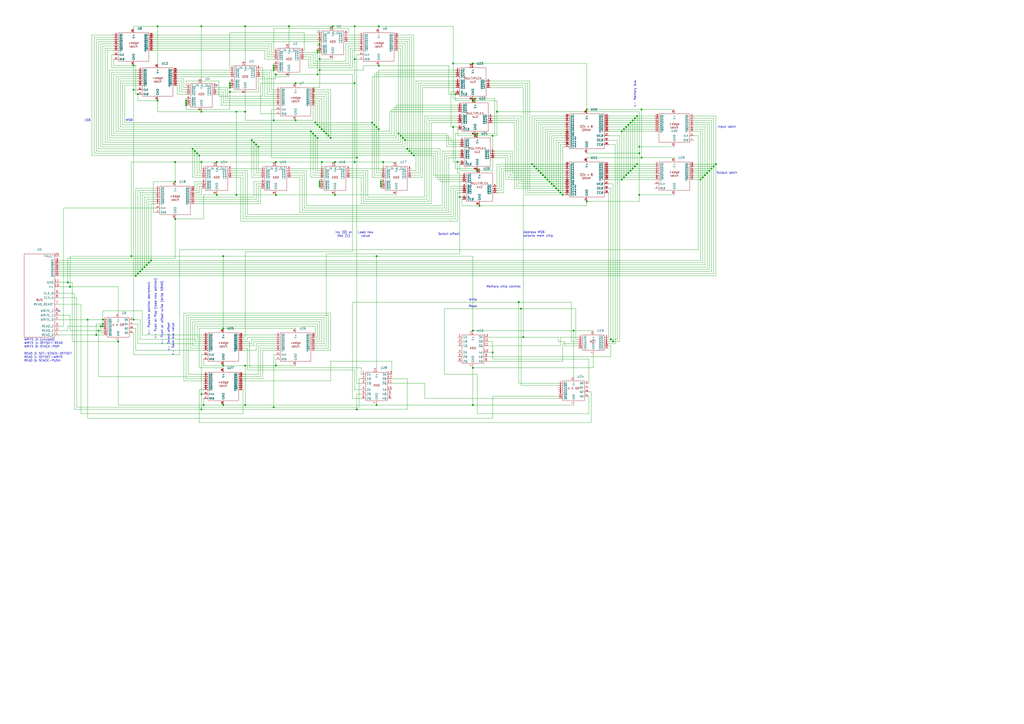
<source format=kicad_sch>
(kicad_sch (version 20231120) (generator "eeschema") (generator_version "8.0")
  (paper "A2")
  (junction (at 406.4 104.14))
  (junction (at 39.37 163.83))
  (junction (at 274.32 191.77))
  (junction (at 59.69 189.23))
  (junction (at 367.03 97.79))
  (junction (at 91.44 58.42))
  (junction (at 58.42 189.23))
  (junction (at 185.42 106.68))
  (junction (at 220.98 105.41))
  (junction (at 111.76 86.36))
  (junction (at 303.53 195.58))
  (junction (at 313.69 100.33))
  (junction (at 320.04 106.68))
  (junction (at 185.42 34.29))
  (junction (at 146.05 81.28))
  (junction (at 363.22 101.6))
  (junction (at 160.02 43.18))
  (junction (at 158.75 40.64))
  (junction (at 219.71 74.93))
  (junction (at 317.5 104.14))
  (junction (at 77.47 185.42))
  (junction (at 323.85 110.49))
  (junction (at 185.42 40.64))
  (junction (at 355.6 198.12))
  (junction (at 360.68 76.2))
  (junction (at 55.88 194.31))
  (junction (at 118.11 234.95))
  (junction (at 185.42 25.4))
  (junction (at 288.29 64.77))
  (junction (at 101.6 105.41))
  (junction (at 129.54 212.09))
  (junction (at 232.41 78.74))
  (junction (at 207.01 237.49))
  (junction (at 133.35 48.26))
  (junction (at 370.84 113.03))
  (junction (at 87.63 151.13))
  (junction (at 220.98 106.68))
  (junction (at 77.47 38.1))
  (junction (at 116.84 64.77))
  (junction (at 364.49 72.39))
  (junction (at 205.74 34.29))
  (junction (at 370.84 85.09))
  (junction (at 133.35 50.8))
  (junction (at 321.31 107.95))
  (junction (at 185.42 105.41))
  (junction (at 219.71 38.1))
  (junction (at 264.16 54.61))
  (junction (at 137.16 64.77))
  (junction (at 133.35 53.34))
  (junction (at 114.3 88.9))
  (junction (at 77.47 52.07))
  (junction (at 142.24 64.77))
  (junction (at 231.14 77.47))
  (junction (at 125.73 93.98))
  (junction (at 125.73 113.03))
  (junction (at 340.36 63.5))
  (junction (at 326.39 113.03))
  (junction (at 115.57 90.17))
  (junction (at 194.31 93.98))
  (junction (at 147.32 82.55))
  (junction (at 222.25 93.98))
  (junction (at 171.45 48.26))
  (junction (at 194.31 113.03))
  (junction (at 262.89 36.83))
  (junction (at 181.61 77.47))
  (junction (at 182.88 78.74))
  (junction (at 160.02 113.03))
  (junction (at 116.84 237.49))
  (junction (at 149.86 85.09))
  (junction (at 186.69 74.93))
  (junction (at 205.74 15.24))
  (junction (at 309.88 96.52))
  (junction (at 205.74 93.98))
  (junction (at 218.44 148.59))
  (junction (at 116.84 15.24))
  (junction (at 285.75 78.74))
  (junction (at 57.15 191.77))
  (junction (at 182.88 71.12))
  (junction (at 158.75 38.1))
  (junction (at 262.89 73.66))
  (junction (at 237.49 87.63))
  (junction (at 191.77 80.01))
  (junction (at 316.23 102.87))
  (junction (at 275.59 78.74))
  (junction (at 265.43 93.98))
  (junction (at 220.98 107.95))
  (junction (at 80.01 54.61))
  (junction (at 365.76 71.12))
  (junction (at 274.32 36.83))
  (junction (at 186.69 93.98))
  (junction (at 361.95 74.93))
  (junction (at 369.57 67.31))
  (junction (at 107.95 59.69))
  (junction (at 116.84 93.98))
  (junction (at 187.96 76.2))
  (junction (at 107.95 60.96))
  (junction (at 238.76 88.9))
  (junction (at 412.75 97.79))
  (junction (at 415.29 95.25))
  (junction (at 312.42 99.06))
  (junction (at 240.03 90.17))
  (junction (at 85.09 153.67))
  (junction (at 215.9 71.12))
  (junction (at 372.11 63.5))
  (junction (at 370.84 88.9))
  (junction (at 142.24 212.09))
  (junction (at 158.75 236.22))
  (junction (at 219.71 15.24))
  (junction (at 407.67 102.87))
  (junction (at 205.74 48.26))
  (junction (at 308.61 95.25))
  (junction (at 107.95 58.42))
  (junction (at 76.2 148.59))
  (junction (at 160.02 93.98))
  (junction (at 59.69 187.96))
  (junction (at 364.49 100.33))
  (junction (at 360.68 104.14))
  (junction (at 86.36 152.4))
  (junction (at 354.33 196.85))
  (junction (at 137.16 113.03))
  (junction (at 275.59 57.15))
  (junction (at 59.69 185.42))
  (junction (at 129.54 148.59))
  (junction (at 372.11 91.44))
  (junction (at 184.15 72.39))
  (junction (at 82.55 156.21))
  (junction (at 116.84 228.6))
  (junction (at 193.04 15.24))
  (junction (at 81.28 157.48))
  (junction (at 410.21 100.33))
  (junction (at 80.01 158.75))
  (junction (at 276.86 99.06))
  (junction (at 91.44 15.24))
  (junction (at 142.24 15.24))
  (junction (at 218.44 73.66))
  (junction (at 148.59 83.82))
  (junction (at 129.54 234.95))
  (junction (at 78.74 160.02))
  (junction (at 83.82 154.94))
  (junction (at 189.23 77.47))
  (junction (at 171.45 69.85))
  (junction (at 50.8 185.42))
  (junction (at 40.64 166.37))
  (junction (at 234.95 81.28))
  (junction (at 408.94 101.6))
  (junction (at 185.42 107.95))
  (junction (at 325.12 111.76))
  (junction (at 236.22 86.36))
  (junction (at 274.32 213.36))
  (junction (at 184.15 29.21))
  (junction (at 158.75 39.37))
  (junction (at 332.74 191.77))
  (junction (at 180.34 76.2))
  (junction (at 101.6 127))
  (junction (at 217.17 72.39))
  (junction (at 158.75 69.85))
  (junction (at 207.01 91.44))
  (junction (at 184.15 80.01))
  (junction (at 322.58 109.22))
  (junction (at 361.95 102.87))
  (junction (at 190.5 78.74))
  (junction (at 274.32 234.95))
  (junction (at 368.3 68.58))
  (junction (at 167.64 15.24))
  (junction (at 184.15 30.48))
  (junction (at 233.68 80.01))
  (junction (at 340.36 116.84))
  (junction (at 68.58 198.12))
  (junction (at 278.13 119.38))
  (junction (at 363.22 73.66))
  (junction (at 184.15 43.18))
  (junction (at 314.96 101.6))
  (junction (at 142.24 234.95))
  (junction (at 365.76 99.06))
  (junction (at 285.75 204.47))
  (junction (at 185.42 73.66))
  (junction (at 218.44 234.95))
  (junction (at 133.35 49.53))
  (junction (at 414.02 96.52))
  (junction (at 302.26 179.07))
  (junction (at 300.99 175.26))
  (junction (at 311.15 97.79))
  (junction (at 101.6 93.98))
  (junction (at 411.48 99.06))
  (junction (at 274.32 58.42))
  (junction (at 367.03 69.85))
  (junction (at 266.7 114.3))
  (junction (at 129.54 190.5))
  (junction (at 368.3 96.52))
  (junction (at 160.02 212.09))
  (junction (at 369.57 95.25))
  (junction (at 276.86 77.47))
  (junction (at 113.03 87.63))
  (junction (at 318.77 105.41))
  (no_connect (at 34.29 180.34))
  (no_connect (at 125.73 49.53))
  (wire (pts (xy 118.11 234.95) (xy 129.54 234.95)))
  (wire (pts (xy 85.09 115.57) (xy 85.09 153.67)))
  (wire (pts (xy 250.19 118.11) (xy 209.55 118.11)))
  (wire (pts (xy 90.17 111.76) (xy 81.28 111.76)))
  (wire (pts (xy 167.64 15.24) (xy 142.24 15.24)))
  (wire (pts (xy 368.3 96.52) (xy 379.73 96.52)))
  (wire (pts (xy 53.34 20.32) (xy 53.34 90.17)))
  (wire (pts (xy 231.14 21.59) (xy 238.76 21.59)))
  (wire (pts (xy 80.01 54.61) (xy 78.74 54.61)))
  (wire (pts (xy 180.34 33.02) (xy 180.34 38.1)))
  (wire (pts (xy 157.48 63.5) (xy 160.02 63.5)))
  (wire (pts (xy 54.61 88.9) (xy 114.3 88.9)))
  (wire (pts (xy 113.03 187.96) (xy 113.03 198.12)))
  (wire (pts (xy 59.69 186.69) (xy 59.69 187.96)))
  (wire (pts (xy 140.97 240.03) (xy 46.99 240.03)))
  (wire (pts (xy 59.69 26.67) (xy 59.69 83.82)))
  (wire (pts (xy 205.74 93.98) (xy 222.25 93.98)))
  (wire (pts (xy 160.02 43.18) (xy 158.75 43.18)))
  (wire (pts (xy 153.67 44.45) (xy 153.67 55.88)))
  (wire (pts (xy 260.35 54.61) (xy 264.16 54.61)))
  (wire (pts (xy 320.04 78.74) (xy 320.04 106.68)))
  (wire (pts (xy 342.9 245.11) (xy 342.9 227.33)))
  (wire (pts (xy 209.55 213.36) (xy 209.55 217.17)))
  (wire (pts (xy 402.59 97.79) (xy 412.75 97.79)))
  (wire (pts (xy 133.35 53.34) (xy 133.35 63.5)))
  (wire (pts (xy 147.32 82.55) (xy 232.41 82.55)))
  (wire (pts (xy 353.06 67.31) (xy 369.57 67.31)))
  (wire (pts (xy 176.53 100.33) (xy 168.91 100.33)))
  (wire (pts (xy 405.13 144.78) (xy 405.13 78.74)))
  (wire (pts (xy 370.84 88.9) (xy 370.84 85.09)))
  (wire (pts (xy 143.51 196.85) (xy 143.51 195.58)))
  (wire (pts (xy 208.28 34.29) (xy 205.74 34.29)))
  (wire (pts (xy 140.97 198.12) (xy 144.78 198.12)))
  (wire (pts (xy 114.3 100.33) (xy 114.3 88.9)))
  (wire (pts (xy 360.68 76.2) (xy 379.73 76.2)))
  (wire (pts (xy 213.36 99.06) (xy 203.2 99.06)))
  (wire (pts (xy 204.47 231.14) (xy 209.55 231.14)))
  (wire (pts (xy 34.29 151.13) (xy 87.63 151.13)))
  (wire (pts (xy 297.18 100.33) (xy 297.18 87.63)))
  (wire (pts (xy 322.58 81.28) (xy 322.58 109.22)))
  (wire (pts (xy 264.16 110.49) (xy 264.16 127)))
  (wire (pts (xy 88.9 26.67) (xy 156.21 26.67)))
  (wire (pts (xy 160.02 58.42) (xy 130.81 58.42)))
  (wire (pts (xy 158.75 30.48) (xy 157.48 30.48)))
  (wire (pts (xy 77.47 190.5) (xy 78.74 190.5)))
  (wire (pts (xy 285.75 69.85) (xy 299.72 69.85)))
  (wire (pts (xy 88.9 25.4) (xy 157.48 25.4)))
  (wire (pts (xy 88.9 20.32) (xy 184.15 20.32)))
  (wire (pts (xy 220.98 101.6) (xy 217.17 101.6)))
  (wire (pts (xy 64.77 78.74) (xy 64.77 41.91)))
  (wire (pts (xy 231.14 26.67) (xy 233.68 26.67)))
  (wire (pts (xy 181.61 101.6) (xy 181.61 77.47)))
  (wire (pts (xy 106.68 220.98) (xy 118.11 220.98)))
  (wire (pts (xy 327.66 73.66) (xy 314.96 73.66)))
  (wire (pts (xy 88.9 123.19) (xy 88.9 105.41)))
  (wire (pts (xy 332.74 234.95) (xy 274.32 234.95)))
  (wire (pts (xy 113.03 111.76) (xy 115.57 111.76)))
  (wire (pts (xy 208.28 31.75) (xy 207.01 31.75)))
  (wire (pts (xy 327.66 200.66) (xy 335.28 200.66)))
  (wire (pts (xy 118.11 208.28) (xy 118.11 212.09)))
  (wire (pts (xy 219.71 38.1) (xy 210.82 38.1)))
  (wire (pts (xy 77.47 52.07) (xy 77.47 185.42)))
  (wire (pts (xy 140.97 101.6) (xy 134.62 101.6)))
  (wire (pts (xy 332.74 191.77) (xy 344.17 191.77)))
  (wire (pts (xy 190.5 201.93) (xy 190.5 182.88)))
  (wire (pts (xy 181.61 31.75) (xy 176.53 31.75)))
  (wire (pts (xy 231.14 25.4) (xy 234.95 25.4)))
  (wire (pts (xy 276.86 240.03) (xy 276.86 217.17)))
  (wire (pts (xy 175.26 121.92) (xy 175.26 101.6)))
  (wire (pts (xy 185.42 50.8) (xy 185.42 40.64)))
  (wire (pts (xy 44.45 236.22) (xy 158.75 236.22)))
  (wire (pts (xy 151.13 66.04) (xy 151.13 48.26)))
  (wire (pts (xy 194.31 113.03) (xy 229.87 113.03)))
  (wire (pts (xy 118.11 127) (xy 101.6 127)))
  (wire (pts (xy 222.25 104.14) (xy 222.25 93.98)))
  (wire (pts (xy 365.76 71.12) (xy 379.73 71.12)))
  (wire (pts (xy 34.29 157.48) (xy 81.28 157.48)))
  (wire (pts (xy 46.99 176.53) (xy 34.29 176.53)))
  (wire (pts (xy 115.57 90.17) (xy 240.03 90.17)))
  (wire (pts (xy 176.53 120.65) (xy 176.53 100.33)))
  (wire (pts (xy 353.06 81.28) (xy 358.14 81.28)))
  (wire (pts (xy 34.29 172.72) (xy 44.45 172.72)))
  (wire (pts (xy 40.64 191.77) (xy 40.64 182.88)))
  (wire (pts (xy 370.84 113.03) (xy 370.84 88.9)))
  (wire (pts (xy 151.13 99.06) (xy 149.86 99.06)))
  (wire (pts (xy 90.17 114.3) (xy 83.82 114.3)))
  (wire (pts (xy 262.89 57.15) (xy 262.89 36.83)))
  (wire (pts (xy 274.32 191.77) (xy 274.32 148.59)))
  (wire (pts (xy 113.03 198.12) (xy 118.11 198.12)))
  (wire (pts (xy 335.28 196.85) (xy 334.01 196.85)))
  (wire (pts (xy 140.97 196.85) (xy 143.51 196.85)))
  (wire (pts (xy 110.49 185.42) (xy 110.49 201.93)))
  (wire (pts (xy 365.76 99.06) (xy 379.73 99.06)))
  (wire (pts (xy 365.76 71.12) (xy 365.76 99.06)))
  (wire (pts (xy 102.87 49.53) (xy 102.87 54.61)))
  (wire (pts (xy 231.14 27.94) (xy 232.41 27.94)))
  (wire (pts (xy 107.95 219.71) (xy 118.11 219.71)))
  (wire (pts (xy 142.24 64.77) (xy 142.24 69.85)))
  (wire (pts (xy 317.5 104.14) (xy 327.66 104.14)))
  (wire (pts (xy 219.71 99.06) (xy 219.71 74.93)))
  (wire (pts (xy 243.84 101.6) (xy 243.84 49.53)))
  (wire (pts (xy 50.8 242.57) (xy 50.8 185.42)))
  (wire (pts (xy 267.97 115.57) (xy 267.97 119.38)))
  (wire (pts (xy 201.93 19.05) (xy 201.93 16.51)))
  (wire (pts (xy 107.95 58.42) (xy 107.95 59.69)))
  (wire (pts (xy 66.04 34.29) (xy 66.04 38.1)))
  (wire (pts (xy 367.03 69.85) (xy 367.03 97.79)))
  (wire (pts (xy 260.35 91.44) (xy 260.35 123.19)))
  (wire (pts (xy 69.85 73.66) (xy 185.42 73.66)))
  (wire (pts (xy 252.73 102.87) (xy 267.97 102.87)))
  (wire (pts (xy 264.16 97.79) (xy 264.16 77.47)))
  (wire (pts (xy 321.31 80.01) (xy 321.31 107.95)))
  (wire (pts (xy 160.02 60.96) (xy 128.27 60.96)))
  (wire (pts (xy 147.32 200.66) (xy 147.32 198.12)))
  (wire (pts (xy 129.54 234.95) (xy 142.24 234.95)))
  (wire (pts (xy 367.03 97.79) (xy 379.73 97.79)))
  (wire (pts (xy 307.34 46.99) (xy 307.34 110.49)))
  (wire (pts (xy 53.34 90.17) (xy 115.57 90.17)))
  (wire (pts (xy 111.76 86.36) (xy 236.22 86.36)))
  (wire (pts (xy 367.03 97.79) (xy 353.06 97.79)))
  (wire (pts (xy 231.14 24.13) (xy 236.22 24.13)))
  (wire (pts (xy 402.59 95.25) (xy 415.29 95.25)))
  (wire (pts (xy 260.35 123.19) (xy 173.99 123.19)))
  (wire (pts (xy 132.08 50.8) (xy 132.08 57.15)))
  (wire (pts (xy 105.41 46.99) (xy 105.41 52.07)))
  (wire (pts (xy 231.14 77.47) (xy 231.14 81.28)))
  (wire (pts (xy 185.42 105.41) (xy 185.42 106.68)))
  (wire (pts (xy 158.75 43.18) (xy 158.75 40.64)))
  (wire (pts (xy 158.75 44.45) (xy 158.75 69.85)))
  (wire (pts (xy 59.69 180.34) (xy 82.55 180.34)))
  (wire (pts (xy 340.36 116.84) (xy 370.84 116.84)))
  (wire (pts (xy 402.59 100.33) (xy 410.21 100.33)))
  (wire (pts (xy 406.4 151.13) (xy 406.4 104.14)))
  (wire (pts (xy 312.42 99.06) (xy 327.66 99.06)))
  (wire (pts (xy 72.39 71.12) (xy 72.39 49.53)))
  (wire (pts (xy 140.97 199.39) (xy 146.05 199.39)))
  (wire (pts (xy 151.13 201.93) (xy 160.02 201.93)))
  (wire (pts (xy 316.23 74.93) (xy 316.23 102.87)))
  (wire (pts (xy 71.12 48.26) (xy 80.01 48.26)))
  (wire (pts (xy 264.16 41.91) (xy 218.44 41.91)))
  (wire (pts (xy 185.42 102.87) (xy 180.34 102.87)))
  (wire (pts (xy 248.92 116.84) (xy 210.82 116.84)))
  (wire (pts (xy 306.07 111.76) (xy 325.12 111.76)))
  (wire (pts (xy 157.48 91.44) (xy 157.48 63.5)))
  (wire (pts (xy 118.11 231.14) (xy 118.11 234.95)))
  (wire (pts (xy 142.24 54.61) (xy 142.24 64.77)))
  (wire (pts (xy 265.43 64.77) (xy 226.06 64.77)))
  (wire (pts (xy 252.73 88.9) (xy 252.73 102.87)))
  (wire (pts (xy 402.59 104.14) (xy 406.4 104.14)))
  (wire (pts (xy 110.49 201.93) (xy 118.11 201.93)))
  (wire (pts (xy 323.85 195.58) (xy 323.85 198.12)))
  (wire (pts (xy 149.86 99.06) (xy 149.86 85.09)))
  (wire (pts (xy 55.88 22.86) (xy 55.88 87.63)))
  (wire (pts (xy 66.04 31.75) (xy 64.77 31.75)))
  (wire (pts (xy 354.33 196.85) (xy 358.14 196.85)))
  (wire (pts (xy 64.77 39.37) (xy 77.47 39.37)))
  (wire (pts (xy 294.64 102.87) (xy 316.23 102.87)))
  (wire (pts (xy 115.57 226.06) (xy 115.57 245.11)))
  (wire (pts (xy 262.89 125.73) (xy 142.24 125.73)))
  (wire (pts (xy 185.42 105.41) (xy 185.42 104.14)))
  (wire (pts (xy 191.77 220.98) (xy 140.97 220.98)))
  (wire (pts (xy 181.61 50.8) (xy 181.61 69.85)))
  (wire (pts (xy 186.69 93.98) (xy 194.31 93.98)))
  (wire (pts (xy 58.42 193.04) (xy 59.69 193.04)))
  (wire (pts (xy 43.18 237.49) (xy 116.84 237.49)))
  (wire (pts (xy 325.12 195.58) (xy 325.12 200.66)))
  (wire (pts (xy 182.88 30.48) (xy 182.88 35.56)))
  (wire (pts (xy 113.03 105.41) (xy 116.84 105.41)))
  (wire (pts (xy 109.22 184.15) (xy 109.22 217.17)))
  (wire (pts (xy 107.95 50.8) (xy 106.68 50.8)))
  (wire (pts (xy 302.26 179.07) (xy 302.26 223.52)))
  (wire (pts (xy 209.55 118.11) (xy 209.55 102.87)))
  (wire (pts (xy 133.35 19.05) (xy 133.35 39.37)))
  (wire (pts (xy 262.89 36.83) (xy 262.89 15.24)))
  (wire (pts (xy 127 55.88) (xy 127 46.99)))
  (wire (pts (xy 90.17 113.03) (xy 82.55 113.03)))
  (wire (pts (xy 316.23 102.87) (xy 327.66 102.87)))
  (wire (pts (xy 226.06 76.2) (xy 187.96 76.2)))
  (wire (pts (xy 410.21 100.33) (xy 410.21 72.39)))
  (wire (pts (xy 220.98 100.33) (xy 218.44 100.33)))
  (wire (pts (xy 34.29 156.21) (xy 82.55 156.21)))
  (wire (pts (xy 53.34 20.32) (xy 66.04 20.32)))
  (wire (pts (xy 58.42 189.23) (xy 59.69 189.23)))
  (wire (pts (xy 158.75 38.1) (xy 158.75 39.37)))
  (wire (pts (xy 201.93 22.86) (xy 208.28 22.86)))
  (wire (pts (xy 125.73 113.03) (xy 137.16 113.03)))
  (wire (pts (xy 115.57 245.11) (xy 342.9 245.11)))
  (wire (pts (xy 234.95 81.28) (xy 234.95 85.09)))
  (wire (pts (xy 287.02 57.15) (xy 275.59 57.15)))
  (wire (pts (xy 158.75 69.85) (xy 171.45 69.85)))
  (wire (pts (xy 309.88 68.58) (xy 309.88 96.52)))
  (wire (pts (xy 116.84 205.74) (xy 118.11 205.74)))
  (wire (pts (xy 276.86 217.17) (xy 257.81 217.17)))
  (wire (pts (xy 365.76 99.06) (xy 353.06 99.06)))
  (wire (pts (xy 34.29 158.75) (xy 80.01 158.75)))
  (wire (pts (xy 410.21 72.39) (xy 402.59 72.39)))
  (wire (pts (xy 76.2 93.98) (xy 76.2 148.59)))
  (wire (pts (xy 182.88 59.69) (xy 184.15 59.69)))
  (wire (pts (xy 116.84 99.06) (xy 115.57 99.06)))
  (wire (pts (xy 54.61 21.59) (xy 54.61 88.9)))
  (wire (pts (xy 177.8 99.06) (xy 168.91 99.06)))
  (wire (pts (xy 152.4 219.71) (xy 152.4 203.2)))
  (wire (pts (xy 143.51 124.46) (xy 143.51 99.06)))
  (wire (pts (xy 229.87 80.01) (xy 191.77 80.01)))
  (wire (pts (xy 186.69 198.12) (xy 186.69 185.42)))
  (wire (pts (xy 91.44 15.24) (xy 91.44 36.83)))
  (wire (pts (xy 152.4 203.2) (xy 160.02 203.2)))
  (wire (pts (xy 34.29 163.83) (xy 39.37 163.83)))
  (wire (pts (xy 190.5 182.88) (xy 107.95 182.88)))
  (wire (pts (xy 151.13 44.45) (xy 153.67 44.45)))
  (wire (pts (xy 335.28 198.12) (xy 331.47 198.12)))
  (wire (pts (xy 408.94 101.6) (xy 402.59 101.6)))
  (wire (pts (xy 203.2 38.1) (xy 203.2 27.94)))
  (wire (pts (xy 66.04 77.47) (xy 181.61 77.47)))
  (wire (pts (xy 146.05 81.28) (xy 231.14 81.28)))
  (wire (pts (xy 64.77 31.75) (xy 64.77 39.37)))
  (wire (pts (xy 91.44 64.77) (xy 91.44 58.42)))
  (wire (pts (xy 142.24 15.24) (xy 116.84 15.24)))
  (wire (pts (xy 212.09 100.33) (xy 203.2 100.33)))
  (wire (pts (xy 144.78 198.12) (xy 144.78 213.36)))
  (wire (pts (xy 323.85 229.87) (xy 285.75 229.87)))
  (wire (pts (xy 303.53 50.8) (xy 303.53 195.58)))
  (wire (pts (xy 201.93 21.59) (xy 208.28 21.59)))
  (wire (pts (xy 142.24 100.33) (xy 134.62 100.33)))
  (wire (pts (xy 182.88 55.88) (xy 187.96 55.88)))
  (wire (pts (xy 106.68 181.61) (xy 106.68 220.98)))
  (wire (pts (xy 414.02 68.58) (xy 414.02 96.52)))
  (wire (pts (xy 116.84 93.98) (xy 125.73 93.98)))
  (wire (pts (xy 71.12 72.39) (xy 71.12 48.26)))
  (wire (pts (xy 58.42 85.09) (xy 149.86 85.09)))
  (wire (pts (xy 207.01 228.6) (xy 207.01 237.49)))
  (wire (pts (xy 149.86 107.95) (xy 151.13 107.95)))
  (wire (pts (xy 151.13 39.37) (xy 152.4 39.37)))
  (wire (pts (xy 261.62 80.01) (xy 233.68 80.01)))
  (wire (pts (xy 255.27 105.41) (xy 267.97 105.41)))
  (wire (pts (xy 264.16 54.61) (xy 264.16 58.42)))
  (wire (pts (xy 34.29 194.31) (xy 55.88 194.31)))
  (wire (pts (xy 259.08 85.09) (xy 259.08 77.47)))
  (wire (pts (xy 218.44 234.95) (xy 274.32 234.95)))
  (wire (pts (xy 274.32 191.77) (xy 332.74 191.77)))
  (wire (pts (xy 207.01 91.44) (xy 157.48 91.44)))
  (wire (pts (xy 140.97 127) (xy 140.97 101.6)))
  (wire (pts (xy 215.9 44.45) (xy 215.9 71.12)))
  (wire (pts (xy 369.57 67.31) (xy 379.73 67.31)))
  (wire (pts (xy 90.17 123.19) (xy 88.9 123.19)))
  (wire (pts (xy 406.4 104.14) (xy 406.4 76.2)))
  (wire (pts (xy 184.15 19.05) (xy 184.15 17.78)))
  (wire (pts (xy 250.19 71.12) (xy 250.19 118.11)))
  (wire (pts (xy 154.94 43.18) (xy 154.94 54.61)))
  (wire (pts (xy 34.29 189.23) (xy 36.83 189.23)))
  (wire (pts (xy 314.96 73.66) (xy 314.96 101.6)))
  (wire (pts (xy 160.02 66.04) (xy 151.13 66.04)))
  (wire (pts (xy 363.22 73.66) (xy 379.73 73.66)))
  (wire (pts (xy 266.7 83.82) (xy 260.35 83.82)))
  (wire (pts (xy 327.66 72.39) (xy 313.69 72.39)))
  (wire (pts (xy 354.33 200.66) (xy 354.33 207.01)))
  (wire (pts (xy 218.44 148.59) (xy 274.32 148.59)))
  (wire (pts (xy 368.3 68.58) (xy 368.3 96.52)))
  (wire (pts (xy 57.15 218.44) (xy 118.11 218.44)))
  (wire (pts (xy 353.06 74.93) (xy 361.95 74.93)))
  (wire (pts (xy 78.74 54.61) (xy 78.74 38.1)))
  (wire (pts (xy 140.97 226.06) (xy 140.97 240.03)))
  (wire (pts (xy 130.81 58.42) (xy 130.81 52.07)))
  (wire (pts (xy 246.38 114.3) (xy 213.36 114.3)))
  (wire (pts (xy 219.71 74.93) (xy 186.69 74.93)))
  (wire (pts (xy 154.94 54.61) (xy 160.02 54.61)))
  (wire (pts (xy 184.15 27.94) (xy 184.15 29.21)))
  (wire (pts (xy 276.86 99.06) (xy 285.75 99.06)))
  (wire (pts (xy 353.06 68.58) (xy 368.3 68.58)))
  (wire (pts (xy 62.23 81.28) (xy 146.05 81.28)))
  (wire (pts (xy 245.11 50.8) (xy 264.16 50.8)))
  (wire (pts (xy 148.59 115.57) (xy 148.59 106.68)))
  (wire (pts (xy 212.09 115.57) (xy 212.09 100.33)))
  (wire (pts (xy 356.87 83.82) (xy 356.87 199.39)))
  (wire (pts (xy 261.62 82.55) (xy 261.62 80.01)))
  (wire (pts (xy 285.75 198.12) (xy 285.75 204.47)))
  (wire (pts (xy 82.55 180.34) (xy 82.55 194.31)))
  (wire (pts (xy 185.42 17.78) (xy 185.42 25.4)))
  (wire (pts (xy 113.03 101.6) (xy 113.03 87.63)))
  (wire (pts (xy 157.48 30.48) (xy 157.48 25.4)))
  (wire (pts (xy 109.22 217.17) (xy 118.11 217.17)))
  (wire (pts (xy 356.87 199.39) (xy 353.06 199.39)))
  (wire (pts (xy 370.84 85.09) (xy 370.84 64.77)))
  (wire (pts (xy 113.03 87.63) (xy 237.49 87.63)))
  (wire (pts (xy 204.47 43.18) (xy 204.47 146.05)))
  (wire (pts (xy 114.3 106.68) (xy 116.84 106.68)))
  (wire (pts (xy 254 104.14) (xy 267.97 104.14)))
  (wire (pts (xy 55.88 187.96) (xy 59.69 187.96)))
  (wire (pts (xy 326.39 199.39) (xy 335.28 199.39)))
  (wire (pts (xy 218.44 41.91) (xy 218.44 73.66)))
  (wire (pts (xy 364.49 72.39) (xy 379.73 72.39)))
  (wire (pts (xy 236.22 86.36) (xy 255.27 86.36)))
  (wire (pts (xy 87.63 151.13) (xy 406.4 151.13)))
  (wire (pts (xy 302.26 67.31) (xy 302.26 105.41)))
  (wire (pts (xy 111.76 102.87) (xy 111.76 86.36)))
  (wire (pts (xy 261.62 73.66) (xy 261.62 53.34)))
  (wire (pts (xy 353.06 78.74) (xy 359.41 78.74)))
  (wire (pts (xy 148.59 106.68) (xy 151.13 106.68)))
  (wire (pts (xy 80.01 158.75) (xy 414.02 158.75)))
  (wire (pts (xy 125.73 50.8) (xy 132.08 50.8)))
  (wire (pts (xy 149.86 53.34) (xy 133.35 53.34)))
  (wire (pts (xy 207.01 222.25) (xy 209.55 222.25)))
  (wire (pts (xy 274.32 213.36) (xy 274.32 234.95)))
  (wire (pts (xy 219.71 40.64) (xy 219.71 74.93)))
  (wire (pts (xy 288.29 58.42) (xy 274.32 58.42)))
  (wire (pts (xy 353.06 109.22) (xy 354.33 109.22)))
  (wire (pts (xy 77.47 193.04) (xy 77.47 205.74)))
  (wire (pts (xy 209.55 102.87) (xy 203.2 102.87)))
  (wire (pts (xy 215.9 102.87) (xy 215.9 71.12)))
  (wire (pts (xy 314.96 101.6) (xy 327.66 101.6)))
  (wire (pts (xy 284.48 49.53) (xy 304.8 49.53)))
  (wire (pts (xy 207.01 237.49) (xy 236.22 237.49)))
  (wire (pts (xy 40.64 148.59) (xy 40.64 166.37)))
  (wire (pts (xy 184.15 99.06) (xy 184.15 80.01)))
  (wire (pts (xy 257.81 217.17) (xy 257.81 179.07)))
  (wire (pts (xy 129.54 53.34) (xy 129.54 59.69)))
  (wire (pts (xy 318.77 105.41) (xy 327.66 105.41)))
  (wire (pts (xy 278.13 119.38) (xy 340.36 119.38)))
  (wire (pts (xy 402.59 73.66) (xy 408.94 73.66)))
  (wire (pts (xy 81.28 185.42) (xy 77.47 185.42)))
  (wire (pts (xy 114.3 189.23) (xy 114.3 195.58)))
  (wire (pts (xy 158.75 36.83) (xy 158.75 38.1)))
  (wire (pts (xy 140.97 200.66) (xy 147.32 200.66)))
  (wire (pts (xy 265.43 93.98) (xy 262.89 93.98)))
  (wire (pts (xy 327.66 76.2) (xy 317.5 76.2)))
  (wire (pts (xy 102.87 46.99) (xy 105.41 46.99)))
  (wire (pts (xy 340.36 36.83) (xy 274.32 36.83)))
  (wire (pts (xy 90.17 109.22) (xy 78.74 109.22)))
  (wire (pts (xy 265.43 63.5) (xy 227.33 63.5)))
  (wire (pts (xy 137.16 64.77) (xy 142.24 64.77)))
  (wire (pts (xy 412.75 97.79) (xy 412.75 69.85)))
  (wire (pts (xy 101.6 93.98) (xy 101.6 105.41)))
  (wire (pts (xy 140.97 218.44) (xy 151.13 218.44)))
  (wire (pts (xy 257.81 88.9) (xy 257.81 120.65)))
  (wire (pts (xy 327.66 83.82) (xy 325.12 83.82)))
  (wire (pts (xy 264.16 44.45) (xy 215.9 44.45)))
  (wire (pts (xy 81.28 111.76) (xy 81.28 157.48)))
  (wire (pts (xy 259.08 121.92) (xy 175.26 121.92)))
  (wire (pts (xy 102.87 48.26) (xy 104.14 48.26)))
  (wire (pts (xy 187.96 184.15) (xy 109.22 184.15)))
  (wire (pts (xy 323.85 82.55) (xy 323.85 110.49)))
  (wire (pts (xy 264.16 40.64) (xy 219.71 40.64)))
  (wire (pts (xy 210.82 38.1) (xy 210.82 40.64)))
  (wire (pts (xy 102.87 45.72) (xy 106.68 45.72)))
  (wire (pts (xy 148.59 100.33) (xy 148.59 83.82)))
  (wire (pts (xy 218.44 100.33) (xy 218.44 73.66)))
  (wire (pts (xy 182.88 196.85) (xy 185.42 196.85)))
  (wire (pts (xy 353.06 71.12) (xy 365.76 71.12)))
  (wire (pts (xy 140.97 195.58) (xy 142.24 195.58)))
  (wire (pts (xy 184.15 17.78) (xy 185.42 17.78)))
  (wire (pts (xy 181.61 50.8) (xy 185.42 50.8)))
  (wire (pts (xy 232.41 78.74) (xy 232.41 82.55)))
  (wire (pts (xy 364.49 100.33) (xy 379.73 100.33)))
  (wire (pts (xy 129.54 148.59) (xy 129.54 190.5)))
  (wire (pts (xy 115.57 99.06) (xy 115.57 90.17)))
  (wire (pts (xy 102.87 44.45) (xy 133.35 44.45)))
  (wire (pts (xy 142.24 234.95) (xy 218.44 234.95)))
  (wire (pts (xy 142.24 146.05) (xy 204.47 146.05)))
  (wire (pts (xy 288.29 64.77) (xy 288.29 58.42)))
  (wire (pts (xy 160.02 93.98) (xy 186.69 93.98)))
  (wire (pts (xy 184.15 29.21) (xy 184.15 30.48)))
  (wire (pts (xy 201.93 36.83) (xy 181.61 36.83)))
  (wire (pts (xy 77.47 52.07) (xy 80.01 52.07)))
  (wire (pts (xy 34.29 154.94) (xy 83.82 154.94)))
  (wire (pts (xy 370.84 88.9) (xy 340.36 88.9)))
  (wire (pts (xy 107.95 46.99) (xy 127 46.99)))
  (wire (pts (xy 102.87 54.61) (xy 107.95 54.61)))
  (wire (pts (xy 90.17 115.57) (xy 85.09 115.57)))
  (wire (pts (xy 411.48 99.06) (xy 411.48 156.21)))
  (wire (pts (xy 77.47 205.74) (xy 104.14 205.74)))
  (wire (pts (xy 303.53 195.58) (xy 323.85 195.58)))
  (wire (pts (xy 363.22 101.6) (xy 353.06 101.6)))
  (wire (pts (xy 204.47 175.26) (xy 204.47 231.14)))
  (wire (pts (xy 236.22 219.71) (xy 236.22 237.49)))
  (wire (pts (xy 160.02 205.74) (xy 158.75 205.74)))
  (wire (pts (xy 116.84 113.03) (xy 116.84 109.22)))
  (wire (pts (xy 107.95 57.15) (xy 107.95 58.42)))
  (wire (pts (xy 194.31 93.98) (xy 205.74 93.98)))
  (wire (pts (xy 182.88 195.58) (xy 184.15 195.58)))
  (wire (pts (xy 209.55 219.71) (xy 208.28 219.71)))
  (wire (pts (xy 217.17 72.39) (xy 184.15 72.39)))
  (wire (pts (xy 341.63 222.25) (xy 341.63 208.28)))
  (wire (pts (xy 67.31 44.45) (xy 80.01 44.45)))
  (wire (pts (xy 340.36 91.44) (xy 372.11 91.44)))
  (wire (pts (xy 50.8 185.42) (xy 59.69 185.42)))
  (wire (pts (xy 285.75 78.74) (xy 288.29 78.74)))
  (wire (pts (xy 107.95 182.88) (xy 107.95 219.71)))
  (wire (pts (xy 158.75 33.02) (xy 154.94 33.02)))
  (wire (pts (xy 63.5 80.01) (xy 63.5 40.64)))
  (wire (pts (xy 72.39 49.53) (xy 80.01 49.53)))
  (wire (pts (xy 59.69 191.77) (xy 57.15 191.77)))
  (wire (pts (xy 287.02 88.9) (xy 295.91 88.9)))
  (wire (pts (xy 355.6 198.12) (xy 359.41 198.12)))
  (wire (pts (xy 69.85 46.99) (xy 80.01 46.99)))
  (wire (pts (xy 113.03 109.22) (xy 113.03 105.41)))
  (wire (pts (xy 287.02 77.47) (xy 287.02 57.15)))
  (wire (pts (xy 236.22 24.13) (xy 236.22 86.36)))
  (wire (pts (xy 358.14 81.28) (xy 358.14 196.85)))
  (wire (pts (xy 182.88 199.39) (xy 187.96 199.39)))
  (wire (pts (xy 176.53 33.02) (xy 180.34 33.02)))
  (wire (pts (xy 107.95 53.34) (xy 104.14 53.34)))
  (wire (pts (xy 180.34 102.87) (xy 180.34 76.2)))
  (wire (pts (xy 276.86 77.47) (xy 287.02 77.47)))
  (wire (pts (xy 266.7 114.3) (xy 266.7 100.33)))
  (wire (pts (xy 182.88 203.2) (xy 191.77 203.2)))
  (wire (pts (xy 66.04 29.21) (xy 62.23 29.21)))
  (wire (pts (xy 260.35 38.1) (xy 260.35 54.61)))
  (wire (pts (xy 156.21 31.75) (xy 158.75 31.75)))
  (wire (pts (xy 116.84 100.33) (xy 114.3 100.33)))
  (wire (pts (xy 242.57 100.33) (xy 242.57 48.26)))
  (wire (pts (xy 266.7 90.17) (xy 259.08 90.17)))
  (wire (pts (xy 353.06 72.39) (xy 364.49 72.39)))
  (wire (pts (xy 68.58 234.95) (xy 68.58 198.12)))
  (wire (pts (xy 158.75 44.45) (xy 167.64 44.45)))
  (wire (pts (xy 68.58 181.61) (xy 68.58 166.37)))
  (wire (pts (xy 353.06 200.66) (xy 354.33 200.66)))
  (wire (pts (xy 139.7 128.27) (xy 139.7 102.87)))
  (wire (pts (xy 191.77 203.2) (xy 191.77 181.61)))
  (wire (pts (xy 260.35 78.74) (xy 232.41 78.74)))
  (wire (pts (xy 116.84 237.49) (xy 116.84 228.6)))
  (wire (pts (xy 353.06 111.76) (xy 353.06 195.58)))
  (wire (pts (xy 264.16 97.79) (xy 278.13 97.79)))
  (wire (pts (xy 157.48 52.07) (xy 160.02 52.07)))
  (wire (pts (xy 287.02 91.44) (xy 293.37 91.44)))
  (wire (pts (xy 360.68 104.14) (xy 379.73 104.14)))
  (wire (pts (xy 88.9 29.21) (xy 153.67 29.21)))
  (wire (pts (xy 133.35 46.99) (xy 133.35 48.26)))
  (wire (pts (xy 354.33 109.22) (xy 354.33 196.85)))
  (wire (pts (xy 255.27 86.36) (xy 255.27 105.41)))
  (wire (pts (xy 219.71 38.1) (xy 260.35 38.1)))
  (wire (pts (xy 257.81 179.07) (xy 302.26 179.07)))
  (wire (pts (xy 227.33 222.25) (xy 246.38 222.25)))
  (wire (pts (xy 76.2 148.59) (xy 40.64 148.59)))
  (wire (pts (xy 171.45 48.26) (xy 205.74 48.26)))
  (wire (pts (xy 205.74 214.63) (xy 143.51 214.63)))
  (wire (pts (xy 57.15 191.77) (xy 40.64 191.77)))
  (wire (pts (xy 158.75 236.22) (xy 208.28 236.22)))
  (wire (pts (xy 182.88 200.66) (xy 189.23 200.66)))
  (wire (pts (xy 311.15 69.85) (xy 311.15 97.79)))
  (wire (pts (xy 308.61 67.31) (xy 308.61 95.25)))
  (wire (pts (xy 220.98 102.87) (xy 215.9 102.87)))
  (wire (pts (xy 218.44 73.66) (xy 185.42 73.66)))
  (wire (pts (xy 312.42 71.12) (xy 312.42 99.06)))
  (wire (pts (xy 77.47 15.24) (xy 91.44 15.24)))
  (wire (pts (xy 237.49 22.86) (xy 237.49 87.63)))
  (wire (pts (xy 128.27 60.96) (xy 128.27 54.61)))
  (wire (pts (xy 68.58 45.72) (xy 80.01 45.72)))
  (wire (pts (xy 359.41 78.74) (xy 359.41 198.12)))
  (wire (pts (xy 205.74 48.26) (xy 205.74 93.98)))
  (wire (pts (xy 66.04 43.18) (xy 80.01 43.18)))
  (wire (pts (xy 101.6 93.98) (xy 116.84 93.98)))
  (wire (pts (xy 90.17 110.49) (xy 80.01 110.49)))
  (wire (pts (xy 353.06 106.68) (xy 355.6 106.68)))
  (wire (pts (xy 60.96 27.94) (xy 60.96 82.55)))
  (wire (pts (xy 34.29 152.4) (xy 86.36 152.4)))
  (wire (pts (xy 68.58 198.12) (xy 41.91 198.12)))
  (wire (pts (xy 369.57 95.25) (xy 353.06 95.25)))
  (wire (pts (xy 176.53 34.29) (xy 179.07 34.29)))
  (wire (pts (xy 76.2 148.59) (xy 129.54 148.59)))
  (wire (pts (xy 86.36 116.84) (xy 86.36 152.4)))
  (wire (pts (xy 184.15 59.69) (xy 184.15 72.39)))
  (wire (pts (xy 185.42 107.95) (xy 185.42 109.22)))
  (wire (pts (xy 80.01 187.96) (xy 80.01 199.39)))
  (wire (pts (xy 137.16 113.03) (xy 160.02 113.03)))
  (wire (pts (xy 227.33 209.55) (xy 227.33 217.17)))
  (wire (pts (xy 220.98 99.06) (xy 219.71 99.06)))
  (wire (pts (xy 129.54 213.36) (xy 115.57 213.36)))
  (wire (pts (xy 300.99 175.26) (xy 300.99 222.25)))
  (wire (pts (xy 118.11 212.09) (xy 129.54 212.09)))
  (wire (pts (xy 158.75 39.37) (xy 158.75 40.64)))
  (wire (pts (xy 90.17 116.84) (xy 86.36 116.84)))
  (wire (pts (xy 142.24 69.85) (xy 158.75 69.85)))
  (wire (pts (xy 80.01 58.42) (xy 91.44 58.42)))
  (wire (pts (xy 116.84 15.24) (xy 116.84 45.72)))
  (wire (pts (xy 205.74 226.06) (xy 209.55 226.06)))
  (wire (pts (xy 59.69 189.23) (xy 59.69 190.5)))
  (wire (pts (xy 184.15 80.01) (xy 191.77 80.01)))
  (wire (pts (xy 217.17 101.6) (xy 217.17 72.39)))
  (wire (pts (xy 129.54 59.69) (xy 160.02 59.69)))
  (wire (pts (xy 327.66 77.47) (xy 318.77 77.47)))
  (wire (pts (xy 175.26 101.6) (xy 168.91 101.6)))
  (wire (pts (xy 148.59 199.39) (xy 160.02 199.39)))
  (wire (pts (xy 86.36 152.4) (xy 407.67 152.4)))
  (wire (pts (xy 186.69 57.15) (xy 186.69 74.93)))
  (wire (pts (xy 39.37 163.83) (xy 41.91 163.83)))
  (wire (pts (xy 63.5 80.01) (xy 184.15 80.01)))
  (wire (pts (xy 231.14 22.86) (xy 237.49 22.86)))
  (wire (pts (xy 243.84 49.53) (xy 264.16 49.53)))
  (wire (pts (xy 363.22 73.66) (xy 363.22 101.6)))
  (wire (pts (xy 266.7 100.33) (xy 265.43 100.33)))
  (wire (pts (xy 189.23 147.32) (xy 189.23 200.66)))
  (wire (pts (xy 414.02 96.52) (xy 402.59 96.52)))
  (wire (pts (xy 186.69 104.14) (xy 186.69 93.98)))
  (wire (pts (xy 307.34 110.49) (xy 323.85 110.49)))
  (wire (pts (xy 176.53 19.05) (xy 133.35 19.05)))
  (wire (pts (xy 285.75 68.58) (xy 300.99 68.58)))
  (wire (pts (xy 69.85 73.66) (xy 69.85 46.99)))
  (wire (pts (xy 41.91 198.12) (xy 41.91 163.83)))
  (wire (pts (xy 331.47 175.26) (xy 300.99 175.26)))
  (wire (pts (xy 181.61 77.47) (xy 189.23 77.47)))
  (wire (pts (xy 182.88 52.07) (xy 191.77 52.07)))
  (wire (pts (xy 266.7 147.32) (xy 189.23 147.32)))
  (wire (pts (xy 77.47 15.24) (xy 77.47 16.51)))
  (wire (pts (xy 77.47 187.96) (xy 80.01 187.96)))
  (wire (pts (xy 283.21 195.58) (xy 303.53 195.58)))
  (wire (pts (xy 140.97 217.17) (xy 149.86 217.17)))
  (wire (pts (xy 78.74 109.22) (xy 78.74 160.02)))
  (wire (pts (xy 80.01 110.49) (xy 80.01 158.75)))
  (wire (pts (xy 264.16 77.47) (xy 276.86 77.47)))
  (wire (pts (xy 323.85 110.49) (xy 327.66 110.49)))
  (wire (pts (xy 147.32 114.3) (xy 147.32 105.41)))
  (wire (pts (xy 88.9 22.86) (xy 184.15 22.86)))
  (wire (pts (xy 232.41 27.94) (xy 232.41 78.74)))
  (wire (pts (xy 306.07 48.26) (xy 306.07 111.76)))
  (wire (pts (xy 148.59 83.82) (xy 233.68 83.82)))
  (wire (pts (xy 182.88 58.42) (xy 185.42 58.42)))
  (wire (pts (xy 265.43 78.74) (xy 275.59 78.74)))
  (wire (pts (xy 104.14 53.34) (xy 104.14 48.26)))
  (wire (pts (xy 341.63 240.03) (xy 276.86 240.03)))
  (wire (pts (xy 129.54 190.5) (xy 171.45 190.5)))
  (wire (pts (xy 331.47 198.12) (xy 331.47 175.26)))
  (wire (pts (xy 368.3 68.58) (xy 379.73 68.58)))
  (wire (pts (xy 68.58 74.93) (xy 186.69 74.93)))
  (wire (pts (xy 187.96 199.39) (xy 187.96 184.15)))
  (wire (pts (xy 143.51 195.58) (xy 160.02 195.58)))
  (wire (pts (xy 412.75 69.85) (xy 402.59 69.85)))
  (wire (pts (xy 116.84 64.77) (xy 137.16 64.77)))
  (wire (pts (xy 265.43 62.23) (xy 228.6 62.23)))
  (wire (pts (xy 184.15 26.67) (xy 184.15 25.4)))
  (wire (pts (xy 325.12 200.66) (xy 283.21 200.66)))
  (wire (pts (xy 408.94 73.66) (xy 408.94 101.6)))
  (wire (pts (xy 43.18 170.18) (xy 34.29 170.18)))
  (wire (pts (xy 326.39 85.09) (xy 326.39 113.03)))
  (wire (pts (xy 182.88 71.12) (xy 72.39 71.12)))
  (wire (pts (xy 266.7 88.9) (xy 257.81 88.9)))
  (wire (pts (xy 115.57 213.36) (xy 115.57 190.5)))
  (wire (pts (xy 77.47 39.37) (xy 77.47 52.07)))
  (wire (pts (xy 182.88 54.61) (xy 189.23 54.61)))
  (wire (pts (xy 82.55 156.21) (xy 411.48 156.21)))
  (wire (pts (xy 116.84 97.79) (xy 116.84 93.98)))
  (wire (pts (xy 151.13 118.11) (xy 151.13 109.22)))
  (wire (pts (xy 82.55 113.03) (xy 82.55 156.21)))
  (wire (pts (xy 66.04 21.59) (xy 54.61 21.59)))
  (wire (pts (xy 323.85 198.12) (xy 327.66 198.12)))
  (wire (pts (xy 208.28 26.67) (xy 201.93 26.67)))
  (wire (pts (xy 63.5 40.64) (xy 80.01 40.64)))
  (wire (pts (xy 113.03 115.57) (xy 148.59 115.57)))
  (wire (pts (xy 182.88 35.56) (xy 200.66 35.56)))
  (wire (pts (xy 151.13 48.26) (xy 171.45 48.26)))
  (wire (pts (xy 353.06 69.85) (xy 367.03 69.85)))
  (wire (pts (xy 105.41 52.07) (xy 107.95 52.07)))
  (wire (pts (xy 327.66 81.28) (xy 322.58 81.28)))
  (wire (pts (xy 238.76 101.6) (xy 243.84 101.6)))
  (wire (pts (xy 289.56 96.52) (xy 309.88 96.52)))
  (wire (pts (xy 261.62 107.95) (xy 261.62 124.46)))
  (wire (pts (xy 182.88 71.12) (xy 215.9 71.12)))
  (wire (pts (xy 290.83 110.49) (xy 288.29 110.49)))
  (wire (pts (xy 361.95 102.87) (xy 353.06 102.87)))
  (wire (pts (xy 266.7 99.06) (xy 276.86 99.06)))
  (wire (pts (xy 322.58 109.22) (xy 327.66 109.22)))
  (wire (pts (xy 370.84 85.09) (xy 391.16 85.09)))
  (wire (pts (xy 372.11 63.5) (xy 340.36 63.5)))
  (wire (pts (xy 81.28 157.48) (xy 412.75 157.48)))
  (wire (pts (xy 234.95 25.4) (xy 234.95 81.28)))
  (wire (pts (xy 104.14 144.78) (xy 405.13 144.78)))
  (wire (pts (xy 173.99 123.19) (xy 173.99 102.87)))
  (wire (pts (xy 317.5 76.2) (xy 317.5 104.14)))
  (wire (pts (xy 153.67 34.29) (xy 158.75 34.29)))
  (wire (pts (xy 80.01 199.39) (xy 118.11 199.39)))
  (wire (pts (xy 78.74 160.02) (xy 415.29 160.02)))
  (wire (pts (xy 144.78 213.36) (xy 209.55 213.36)))
  (wire (pts (xy 115.57 107.95) (xy 116.84 107.95)))
  (wire (pts (xy 327.66 69.85) (xy 311.15 69.85)))
  (wire (pts (xy 238.76 88.9) (xy 252.73 88.9)))
  (wire (pts (xy 46.99 240.03) (xy 46.99 176.53)))
  (wire (pts (xy 156.21 26.67) (xy 156.21 31.75)))
  (wire (pts (xy 58.42 25.4) (xy 58.42 85.09)))
  (wire (pts (xy 402.59 102.87) (xy 407.67 102.87)))
  (wire (pts (xy 415.29 67.31) (xy 402.59 67.31)))
  (wire (pts (xy 125.73 53.34) (xy 129.54 53.34)))
  (wire (pts (xy 234.95 81.28) (xy 266.7 81.28)))
  (wire (pts (xy 300.99 68.58) (xy 300.99 106.68)))
  (wire (pts (xy 298.45 71.12) (xy 298.45 109.22)))
  (wire (pts (xy 325.12 83.82) (xy 325.12 111.76)))
  (wire (pts (xy 265.43 111.76) (xy 265.43 128.27)))
  (wire (pts (xy 407.67 102.87) (xy 407.67 74.93)))
  (wire (pts (xy 91.44 15.24) (xy 116.84 15.24)))
  (wire (pts (xy 240.03 20.32) (xy 240.03 90.17)))
  (wire (pts (xy 160.02 208.28) (xy 160.02 212.09)))
  (wire (pts (xy 80.01 54.61) (xy 80.01 58.42)))
  (wire (pts (xy 289.56 109.22) (xy 289.56 96.52)))
  (wire (pts (xy 265.43 67.31) (xy 246.38 67.31)))
  (wire (pts (xy 176.53 30.48) (xy 182.88 30.48)))
  (wire (pts (xy 264.16 127) (xy 140.97 127)))
  (wire (pts (xy 189.23 54.61) (xy 189.23 77.47)))
  (wire (pts (xy 325.12 111.76) (xy 327.66 111.76)))
  (wire (pts (xy 266.7 95.25) (xy 266.7 99.06)))
  (wire (pts (xy 185.42 106.68) (xy 185.42 107.95)))
  (wire (pts (xy 327.66 198.12) (xy 327.66 200.66)))
  (wire (pts (xy 185.42 101.6) (xy 181.61 101.6)))
  (wire (pts (xy 148.59 203.2) (xy 148.59 199.39)))
  (wire (pts (xy 228.6 62.23) (xy 228.6 78.74)))
  (wire (pts (xy 201.93 24.13) (xy 208.28 24.13)))
  (wire (pts (xy 262.89 15.24) (xy 219.71 15.24)))
  (wire (pts (xy 285.75 198.12) (xy 283.21 198.12)))
  (wire (pts (xy 369.57 67.31) (xy 369.57 95.25)))
  (wire (pts (xy 151.13 102.87) (xy 146.05 102.87)))
  (wire (pts (xy 233.68 80.01) (xy 233.68 83.82)))
  (wire (pts (xy 411.48 99.06) (xy 402.59 99.06)))
  (wire (pts (xy 284.48 46.99) (xy 307.34 46.99)))
  (wire (pts (xy 368.3 96.52) (xy 353.06 96.52)))
  (wire (pts (xy 241.3 46.99) (xy 264.16 46.99)))
  (wire (pts (xy 140.97 194.31) (xy 160.02 194.31)))
  (wire (pts (xy 149.86 85.09) (xy 234.95 85.09)))
  (wire (pts (xy 201.93 20.32) (xy 208.28 20.32)))
  (wire (pts (xy 68.58 234.95) (xy 118.11 234.95)))
  (wire (pts (xy 149.86 217.17) (xy 149.86 200.66)))
  (wire (pts (xy 184.15 25.4) (xy 185.42 25.4)))
  (wire (pts (xy 111.76 186.69) (xy 111.76 200.66)))
  (wire (pts (xy 116.84 228.6) (xy 118.11 228.6)))
  (wire (pts (xy 295.91 101.6) (xy 314.96 101.6)))
  (wire (pts (xy 415.29 95.25) (xy 415.29 67.31)))
  (wire (pts (xy 185.42 99.06) (xy 184.15 99.06)))
  (wire (pts (xy 143.51 99.06) (xy 134.62 99.06)))
  (wire (pts (xy 327.66 80.01) (xy 321.31 80.01)))
  (wire (pts (xy 137.16 64.77) (xy 137.16 113.03)))
  (wire (pts (xy 370.84 116.84) (xy 370.84 113.03)))
  (wire (pts (xy 408.94 153.67) (xy 408.94 101.6)))
  (wire (pts (xy 304.8 49.53) (xy 304.8 113.03)))
  (wire (pts (xy 262.89 57.15) (xy 275.59 57.15)))
  (wire (pts (xy 156.21 41.91) (xy 156.21 53.34)))
  (wire (pts (xy 176.53 19.05) (xy 176.53 29.21)))
  (wire (pts (xy 179.07 34.29) (xy 179.07 39.37)))
  (wire (pts (xy 238.76 21.59) (xy 238.76 88.9)))
  (wire (pts (xy 59.69 83.82) (xy 148.59 83.82)))
  (wire (pts (xy 288.29 78.74) (xy 288.29 64.77)))
  (wire (pts (xy 285.75 204.47) (xy 285.75 208.28)))
  (wire (pts (xy 130.81 52.07) (xy 125.73 52.07)))
  (wire (pts (xy 262.89 36.83) (xy 274.32 36.83)))
  (wire (pts (xy 168.91 97.79) (xy 185.42 97.79)))
  (wire (pts (xy 293.37 104.14) (xy 317.5 104.14)))
  (wire (pts (xy 262.89 93.98) (xy 262.89 73.66)))
  (wire (pts (xy 193.04 15.24) (xy 167.64 15.24)))
  (wire (pts (xy 147.32 198.12) (xy 160.02 198.12)))
  (wire (pts (xy 402.59 71.12) (xy 411.48 71.12)))
  (wire (pts (xy 151.13 43.18) (xy 154.94 43.18)))
  (wire (pts (xy 261.62 124.46) (xy 143.51 124.46)))
  (wire (pts (xy 256.54 119.38) (xy 177.8 119.38)))
  (wire (pts (xy 300.99 106.68) (xy 320.04 106.68)))
  (wire (pts (xy 205.74 34.29) (xy 205.74 48.26)))
  (wire (pts (xy 139.7 102.87) (xy 134.62 102.87)))
  (wire (pts (xy 318.77 77.47) (xy 318.77 105.41)))
  (wire (pts (xy 293.37 104.14) (xy 293.37 91.44)))
  (wire (pts (xy 113.03 116.84) (xy 149.86 116.84)))
  (wire (pts (xy 81.28 196.85) (xy 118.11 196.85)))
  (wire (pts (xy 364.49 72.39) (xy 364.49 100.33)))
  (wire (pts (xy 107.95 46.99) (xy 107.95 49.53)))
  (wire (pts (xy 57.15 24.13) (xy 57.15 86.36)))
  (wire (pts (xy 83.82 154.94) (xy 410.21 154.94)))
  (wire (pts (xy 353.06 73.66) (xy 363.22 73.66)))
  (wire (pts (xy 295.91 101.6) (xy 295.91 88.9)))
  (wire (pts (xy 107.95 59.69) (xy 107.95 60.96)))
  (wire (pts (xy 327.66 82.55) (xy 323.85 82.55)))
  (wire (pts (xy 113.03 114.3) (xy 147.32 114.3)))
  (wire (pts (xy 151.13 40.64) (xy 157.48 40.64)))
  (wire (pts (xy 251.46 90.17) (xy 251.46 101.6)))
  (wire (pts (xy 411.48 71.12) (xy 411.48 99.06)))
  (wire (pts (xy 203.2 97.79) (xy 220.98 97.79)))
  (wire (pts (xy 149.86 200.66) (xy 160.02 200.66)))
  (wire (pts (xy 107.95 63.5) (xy 107.95 60.96)))
  (wire (pts (xy 55.88 87.63) (xy 113.03 87.63)))
  (wire (pts (xy 407.67 74.93) (xy 402.59 74.93)))
  (wire (pts (xy 184.15 43.18) (xy 160.02 43.18)))
  (wire (pts (xy 304.8 113.03) (xy 326.39 113.03)))
  (wire (pts (xy 267.97 107.95) (xy 261.62 107.95)))
  (wire (pts (xy 265.43 128.27) (xy 139.7 128.27)))
  (wire (pts (xy 181.61 36.83) (xy 181.61 31.75)))
  (wire (pts (xy 39.37 191.77) (xy 39.37 189.23)))
  (wire (pts (xy 140.97 203.2) (xy 148.59 203.2)))
  (wire (pts (xy 267.97 119.38) (xy 278.13 119.38)))
  (wire (pts (xy 134.62 97.79) (xy 151.13 97.79)))
  (wire (pts (xy 262.89 109.22) (xy 262.89 125.73)))
  (wire (pts (xy 256.54 87.63) (xy 256.54 119.38)))
  (wire (pts (xy 182.88 198.12) (xy 186.69 198.12)))
  (wire (pts (xy 160.02 113.03) (xy 194.31 113.03)))
  (wire (pts (xy 369.57 95.25) (xy 379.73 95.25)))
  (wire (pts (xy 402.59 78.74) (xy 405.13 78.74)))
  (wire (pts (xy 156.21 53.34) (xy 160.02 53.34)))
  (wire (pts (xy 78.74 203.2) (xy 118.11 203.2)))
  (wire (pts (xy 36.83 120.65) (xy 90.17 120.65)))
  (wire (pts (xy 78.74 190.5) (xy 78.74 203.2)))
  (wire (pts (xy 208.28 219.71) (xy 208.28 236.22)))
  (wire (pts (xy 125.73 113.03) (xy 118.11 113.03)))
  (wire (pts (xy 402.59 76.2) (xy 406.4 76.2)))
  (wire (pts (xy 341.63 229.87) (xy 341.63 240.03)))
  (wire (pts (xy 320.04 106.68) (xy 327.66 106.68)))
  (wire (pts (xy 227.33 63.5) (xy 227.33 77.47)))
  (wire (pts (xy 227.33 219.71) (xy 236.22 219.71)))
  (wire (pts (xy 262.89 73.66) (xy 261.62 73.66)))
  (wire (pts (xy 355.6 198.12) (xy 353.06 198.12)))
  (wire (pts (xy 66.04 24.13) (xy 57.15 24.13)))
  (wire (pts (xy 266.7 82.55) (xy 261.62 82.55)))
  (wire (pts (xy 34.29 153.67) (xy 85.09 153.67)))
  (wire (pts (xy 229.87 60.96) (xy 229.87 80.01)))
  (wire (pts (xy 102.87 43.18) (xy 133.35 43.18)))
  (wire (pts (xy 116.84 64.77) (xy 91.44 64.77)))
  (wire (pts (xy 207.01 91.44) (xy 207.01 222.25)))
  (wire (pts (xy 133.35 53.34) (xy 133.35 50.8)))
  (wire (pts (xy 209.55 228.6) (xy 207.01 228.6)))
  (wire (pts (xy 266.7 85.09) (xy 259.08 85.09)))
  (wire (pts (xy 290.83 97.79) (xy 290.83 110.49)))
  (wire (pts (xy 133.35 48.26) (xy 133.35 49.53)))
  (wire (pts (xy 313.69 72.39) (xy 313.69 100.33)))
  (wire (pts (xy 231.14 20.32) (xy 240.03 20.32)))
  (wire (pts (xy 160.02 212.09) (xy 171.45 212.09)))
  (wire (pts (xy 146.05 102.87) (xy 146.05 81.28)))
  (wire (pts (xy 157.48 52.07) (xy 157.48 40.64)))
  (wire (pts (xy 62.23 29.21) (xy 62.23 81.28)))
  (wire (pts (xy 264.16 58.42) (xy 274.32 58.42)))
  (wire (pts (xy 285.75 67.31) (xy 302.26 67.31)))
  (wire (pts (xy 213.36 114.3) (xy 213.36 99.06)))
  (wire (pts (xy 152.4 55.88) (xy 127 55.88)))
  (wire (pts (xy 201.93 16.51) (xy 158.75 16.51)))
  (wire (pts (xy 321.31 107.95) (xy 327.66 107.95)))
  (wire (pts (xy 184.15 43.18) (xy 204.47 43.18)))
  (wire (pts (xy 219.71 16.51) (xy 219.71 15.24)))
  (wire (pts (xy 326.39 209.55) (xy 326.39 199.39)))
  (wire (pts (xy 132.08 57.15) (xy 160.02 57.15)))
  (wire (pts (xy 204.47 39.37) (xy 204.47 29.21)))
  (wire (pts (xy 185.42 58.42) (xy 185.42 73.66)))
  (wire (pts (xy 185.42 25.4) (xy 185.42 34.29)))
  (wire (pts (xy 353.06 83.82) (xy 356.87 83.82)))
  (wire (pts (xy 182.88 201.93) (xy 190.5 201.93)))
  (wire (pts (xy 237.49 87.63) (xy 254 87.63)))
  (wire (pts (xy 154.94 33.02) (xy 154.94 27.94)))
  (wire (pts (xy 265.43 74.93) (xy 265.43 78.74)))
  (wire (pts (xy 167.64 15.24) (xy 167.64 25.4)))
  (wire (pts (xy 335.28 195.58) (xy 325.12 195.58)))
  (wire (pts (xy 58.42 25.4) (xy 66.04 25.4)))
  (wire (pts (xy 302.26 223.52) (xy 323.85 223.52)))
  (wire (pts (xy 247.65 115.57) (xy 212.09 115.57)))
  (wire (pts (xy 288.29 111.76) (xy 292.1 111.76)))
  (wire (pts (xy 309.88 96.52) (xy 327.66 96.52)))
  (wire (pts (xy 182.88 53.34) (xy 190.5 53.34)))
  (wire (pts (xy 247.65 68.58) (xy 247.65 115.57)))
  (wire (pts (xy 294.64 102.87) (xy 294.64 90.17)))
  (wire (pts (xy 152.4 39.37) (xy 152.4 55.88)))
  (wire (pts (xy 113.03 118.11) (xy 151.13 118.11)))
  (wire (pts (xy 181.61 69.85) (xy 171.45 69.85)))
  (wire (pts (xy 114.3 88.9) (xy 238.76 88.9)))
  (wire (pts (xy 251.46 101.6) (xy 267.97 101.6)))
  (wire (pts (xy 361.95 74.93) (xy 379.73 74.93)))
  (wire (pts (xy 60.96 82.55) (xy 147.32 82.55)))
  (wire (pts (xy 265.43 60.96) (xy 229.87 60.96)))
  (wire (pts (xy 78.74 38.1) (xy 77.47 38.1)))
  (wire (pts (xy 205.74 34.29) (xy 205.74 15.24)))
  (wire (pts (xy 185.42 104.14) (xy 186.69 104.14)))
  (wire (pts (xy 299.72 107.95) (xy 321.31 107.95)))
  (wire (pts (xy 114.3 110.49) (xy 114.3 106.68)))
  (wire (pts (xy 102.87 40.64) (xy 133.35 40.64)))
  (wire (pts (xy 151.13 100.33) (xy 148.59 100.33)))
  (wire (pts (xy 266.7 93.98) (xy 265.43 93.98)))
  (wire (pts (xy 266.7 91.44) (xy 260.35 91.44)))
  (wire (pts (xy 353.06 104.14) (xy 360.68 104.14)))
  (wire (pts (xy 299.72 69.85) (xy 299.72 107.95)))
  (wire (pts (xy 327.66 68.58) (xy 309.88 68.58)))
  (wire (pts (xy 143.51 201.93) (xy 143.51 214.63)))
  (wire (pts (xy 203.2 27.94) (xy 208.28 27.94)))
  (wire (pts (xy 179.07 39.37) (xy 204.47 39.37)))
  (wire (pts (xy 129.54 148.59) (xy 218.44 148.59)))
  (wire (pts (xy 327.66 78.74) (xy 320.04 78.74)))
  (wire (pts (xy 90.17 118.11) (xy 87.63 118.11)))
  (wire (pts (xy 200.66 35.56) (xy 200.66 25.4)))
  (wire (pts (xy 311.15 97.79) (xy 327.66 97.79)))
  (wire (pts (xy 355.6 106.68) (xy 355.6 198.12)))
  (wire (pts (xy 187.96 55.88) (xy 187.96 76.2)))
  (wire (pts (xy 186.69 185.42) (xy 110.49 185.42)))
  (wire (pts (xy 182.88 78.74) (xy 190.5 78.74)))
  (wire (pts (xy 340.36 119.38) (xy 340.36 116.84)))
  (wire (pts (xy 68.58 74.93) (xy 68.58 45.72)))
  (wire (pts (xy 39.37 189.23) (xy 58.42 189.23)))
  (wire (pts (xy 217.17 43.18) (xy 217.17 72.39)))
  (wire (pts (xy 40.64 182.88) (xy 34.29 182.88)))
  (wire (pts (xy 34.29 185.42) (xy 50.8 185.42)))
  (wire (pts (xy 55.88 194.31) (xy 59.69 194.31)))
  (wire (pts (xy 59.69 185.42) (xy 59.69 180.34)))
  (wire (pts (xy 323.85 231.14) (xy 246.38 231.14)))
  (wire (pts (xy 288.29 95.25) (xy 288.29 107.95)))
  (wire (pts (xy 184.15 30.48) (xy 184.15 43.18)))
  (wire (pts (xy 415.29 160.02) (xy 415.29 95.25)))
  (wire (pts (xy 210.82 101.6) (xy 203.2 101.6)))
  (wire (pts (xy 151.13 218.44) (xy 151.13 201.93)))
  (wire (pts (xy 220.98 104.14) (xy 222.25 104.14)))
  (wire (pts (xy 114.3 195.58) (xy 118.11 195.58)))
  (wire (pts (xy 128.27 54.61) (xy 125.73 54.61)))
  (wire (pts (xy 67.31 76.2) (xy 67.31 44.45)))
  (wire (pts (xy 285.75 71.12) (xy 298.45 71.12)))
  (wire (pts (xy 298.45 109.22) (xy 322.58 109.22)))
  (wire (pts (xy 205.74 226.06) (xy 205.74 214.63)))
  (wire (pts (xy 200.66 25.4) (xy 208.28 25.4)))
  (wire (pts (xy 57.15 191.77) (xy 57.15 218.44)))
  (wire (pts (xy 44.45 172.72) (xy 44.45 236.22)))
  (wire (pts (xy 55.88 187.96) (xy 55.88 194.31)))
  (wire (pts (xy 327.66 85.09) (xy 326.39 85.09)))
  (wire (pts (xy 60.96 27.94) (xy 66.04 27.94)))
  (wire (pts (xy 142.24 195.58) (xy 142.24 146.05)))
  (wire (pts (xy 340.36 63.5) (xy 340.36 36.83)))
  (wire (pts (xy 412.75 157.48) (xy 412.75 97.79)))
  (wire (pts (xy 191.77 209.55) (xy 227.33 209.55)))
  (wire (pts (xy 267.97 111.76) (xy 265.43 111.76)))
  (wire (pts (xy 265.43 68.58) (xy 247.65 68.58)))
  (wire (pts (xy 370.84 113.03) (xy 391.16 113.03)))
  (wire (pts (xy 370.84 64.77) (xy 288.29 64.77)))
  (wire (pts (xy 85.09 153.67) (xy 408.94 153.67)))
  (wire (pts (xy 142.24 125.73) (xy 142.24 100.33)))
  (wire (pts (xy 367.03 69.85) (xy 379.73 69.85)))
  (wire (pts (xy 39.37 149.86) (xy 39.37 163.83)))
  (wire (pts (xy 220.98 107.95) (xy 220.98 109.22)))
  (wire (pts (xy 261.62 53.34) (xy 264.16 53.34)))
  (wire (pts (xy 207.01 31.75) (xy 207.01 91.44)))
  (wire (pts (xy 259.08 90.17) (xy 259.08 121.92)))
  (wire (pts (xy 285.75 229.87) (xy 285.75 242.57)))
  (wire (pts (xy 104.14 144.78) (xy 104.14 205.74)))
  (wire (pts (xy 334.01 196.85) (xy 334.01 179.07)))
  (wire (pts (xy 267.97 109.22) (xy 262.89 109.22)))
  (wire (pts (xy 238.76 100.33) (xy 242.57 100.33)))
  (wire (pts (xy 66.04 38.1) (xy 77.47 38.1)))
  (wire (pts (xy 275.59 78.74) (xy 285.75 78.74)))
  (wire (pts (xy 83.82 114.3) (xy 83.82 154.94)))
  (wire (pts (xy 267.97 110.49) (xy 264.16 110.49)))
  (wire (pts (xy 226.06 64.77) (xy 226.06 76.2)))
  (wire (pts (xy 101.6 127) (xy 101.6 149.86)))
  (wire (pts (xy 182.88 100.33) (xy 182.88 78.74)))
  (wire (pts (xy 210.82 116.84) (xy 210.82 101.6)))
  (wire (pts (xy 116.84 101.6) (xy 113.03 101.6)))
  (wire (pts (xy 361.95 74.93) (xy 361.95 102.87)))
  (wire (pts (xy 133.35 49.53) (xy 133.35 50.8)))
  (wire (pts (xy 180.34 76.2) (xy 187.96 76.2)))
  (wire (pts (xy 353.06 76.2) (xy 360.68 76.2)))
  (wire (pts (xy 151.13 101.6) (xy 147.32 101.6)))
  (wire (pts (xy 360.68 76.2) (xy 360.68 104.14)))
  (wire (pts (xy 284.48 50.8) (xy 303.53 50.8)))
  (wire (pts (xy 142.24 212.09) (xy 160.02 212.09)))
  (wire (pts (xy 233.68 26.67) (xy 233.68 80.01)))
  (wire (pts (xy 361.95 102.87) (xy 379.73 102.87)))
  (wire (pts (xy 248.92 69.85) (xy 248.92 116.84)))
  (wire (pts (xy 265.43 69.85) (xy 248.92 69.85)))
  (wire (pts (xy 285.75 99.06) (xy 285.75 78.74)))
  (wire (pts (xy 407.67 102.87) (xy 407.67 152.4)))
  (wire (pts (xy 372.11 91.44) (xy 372.11 63.5)))
  (wire (pts (xy 87.63 118.11) (xy 87.63 151.13)))
  (wire (pts (xy 341.63 208.28) (xy 285.75 208.28)))
  (wire (pts (xy 254 87.63) (xy 254 104.14)))
  (wire (pts (xy 354.33 207.01) (xy 283.21 207.01)))
  (wire (pts (xy 220.98 106.68) (xy 220.98 107.95)))
  (wire (pts (xy 111.76 200.66) (xy 118.11 200.66)))
  (wire (pts (xy 284.48 48.26) (xy 306.07 48.26)))
  (wire (pts (xy 151.13 41.91) (xy 156.21 41.91)))
  (wire (pts (xy 118.11 113.03) (xy 118.11 127)))
  (wire (pts (xy 64.77 41.91) (xy 80.01 41.91)))
  (wire (pts (xy 147.32 105.41) (xy 151.13 105.41)))
  (wire (pts (xy 88.9 105.41) (xy 101.6 105.41)))
  (wire (pts (xy 149.86 116.84) (xy 149.86 107.95)))
  (wire (pts (xy 414.02 96.52) (xy 414.02 158.75)))
  (wire (pts (xy 66.04 77.47) (xy 66.04 43.18)))
  (wire (pts (xy 67.31 76.2) (xy 180.34 76.2)))
  (wire (pts (xy 354.33 196.85) (xy 353.06 196.85)))
  (wire (pts (xy 265.43 100.33) (xy 265.43 93.98)))
  (wire (pts (xy 82.55 194.31) (xy 118.11 194.31)))
  (wire (pts (xy 185.42 186.69) (xy 111.76 186.69)))
  (wire (pts (xy 129.54 212.09) (xy 142.24 212.09)))
  (wire (pts (xy 332.74 218.44) (xy 332.74 191.77)))
  (wire (pts (xy 102.87 41.91) (xy 133.35 41.91)))
  (wire (pts (xy 402.59 68.58) (xy 414.02 68.58)))
  (wire (pts (xy 43.18 170.18) (xy 43.18 237.49)))
  (wire (pts (xy 240.03 90.17) (xy 251.46 90.17)))
  (wire (pts (xy 288.29 109.22) (xy 289.56 109.22)))
  (wire (pts (xy 313.69 100.33) (xy 327.66 100.33)))
  (wire (pts (xy 334.01 179.07) (xy 302.26 179.07)))
  (wire (pts (xy 180.34 38.1) (xy 203.2 38.1)))
  (wire (pts (xy 146.05 199.39) (xy 146.05 196.85)))
  (wire (pts (xy 242.57 48.26) (xy 264.16 48.26)))
  (wire (pts (xy 311.15 97.79) (xy 290.83 97.79)))
  (wire (pts (xy 125.73 93.98) (xy 160.02 93.98)))
  (wire (pts (xy 184.15 195.58) (xy 184.15 187.96)))
  (wire (pts (xy 283.21 204.47) (xy 285.75 204.47)))
  (wire (pts (xy 302.26 105.41) (xy 318.77 105.41)))
  (wire (pts (xy 57.15 86.36) (xy 111.76 86.36)))
  (wire (pts (xy 363.22 101.6) (xy 379.73 101.6)))
  (wire (pts (xy 81.28 185.42) (xy 81.28 196.85)))
  (wire (pts (xy 326.39 113.03) (xy 327.66 113.03)))
  (wire (pts (xy 266.7 114.3) (xy 266.7 147.32)))
  (wire (pts (xy 115.57 190.5) (xy 129.54 190.5)))
  (wire (pts (xy 308.61 95.25) (xy 327.66 95.25)))
  (wire (pts (xy 241.3 46.99) (xy 241.3 99.06)))
  (wire (pts (xy 266.7 87.63) (xy 256.54 87.63)))
  (wire (pts (xy 191.77 181.61) (xy 106.68 181.61)))
  (wire (pts (xy 372.11 63.5) (xy 391.16 63.5)))
  (wire (pts (xy 88.9 27.94) (xy 154.94 27.94)))
  (wire (pts (xy 173.99 102.87) (xy 168.91 102.87)))
  (wire (pts (xy 204.47 175.26) (xy 300.99 175.26)))
  (wire (pts (xy 153.67 29.21) (xy 153.67 34.29)))
  (wire (pts (xy 158.75 16.51) (xy 158.75 29.21)))
  (wire (pts (xy 220.98 105.41) (xy 220.98 106.68)))
  (wire (pts (xy 106.68 50.8) (xy 106.68 45.72)))
  (wire (pts (xy 292.1 111.76) (xy 292.1 99.06)))
  (wire (pts (xy 182.88 57.15) (xy 186.69 57.15)))
  (wire (pts (xy 115.57 111.76) (xy 115.57 107.95)))
  (wire (pts (xy 160.02 43.18) (xy 160.02 45.72)))
  (wire (pts (xy 34.29 166.37) (xy 40.64 166.37)))
  (wire (pts (xy 184.15 187.96) (xy 113.03 187.96)))
  (wire (pts (xy 185.42 196.85) (xy 185.42 186.69)))
  (wire (pts (xy 246.38 231.14) (xy 246.38 222.25)))
  (wire (pts (xy 260.35 83.82) (xy 260.35 78.74)))
  (wire (pts (xy 177.8 119.38) (xy 177.8 99.06)))
  (wire (pts (xy 205.74 15.24) (xy 193.04 15.24)))
  (wire (pts (xy 66.04 26.67) (xy 59.69 26.67)))
  (wire (pts (xy 227.33 77.47) (xy 189.23 77.47)))
  (wire (pts (xy 88.9 21.59) (xy 184.15 21.59)))
  (wire (pts (xy 274.32 213.36) (xy 344.17 213.36)))
  (wire (pts (xy 410.21 154.94) (xy 410.21 100.33)))
  (wire (pts (xy 327.66 74.93) (xy 316.23 74.93)))
  (wire (pts (xy 327.66 67.31) (xy 308.61 67.31)))
  (wire (pts (xy 222.25 93.98) (xy 229.87 93.98)))
  (wire (pts (xy 238.76 99.06) (xy 241.3 99.06)))
  (wire (pts (xy 259.08 77.47) (xy 231.14 77.47)))
  (wire (pts (xy 88.9 24.13) (xy 184.15 24.13)))
  (wire (pts (xy 185.42 34.29) (xy 185.42 40.64)))
  (wire (pts (xy 297.18 100.33) (xy 313.69 100.33)))
  (wire (pts (xy 142.24 15.24) (xy 142.24 35.56)))
  (wire (pts (xy 245.11 102.87) (xy 245.11 50.8)))
  (wire (pts (xy 140.97 219.71) (xy 152.4 219.71)))
  (wire (pts (xy 185.42 100.33) (xy 182.88 100.33)))
  (wire (pts (xy 153.67 55.88) (xy 160.02 55.88)))
  (wire (pts (xy 116.84 228.6) (xy 116.84 205.74)))
  (wire (pts (xy 292.1 99.06) (xy 312.42 99.06)))
  (wire (pts (xy 158.75 205.74) (xy 158.75 236.22)))
  (wire (pts (xy 146.05 196.85) (xy 160.02 196.85)))
  (wire (pts (xy 344.17 213.36) (xy 344.17 205.74)))
  (wire (pts (xy 246.38 67.31) (xy 246.38 114.3)))
  (wire (pts (xy 201.93 26.67) (xy 201.93 36.83)))
  (wire (pts (xy 190.5 53.34) (xy 190.5 78.74)))
  (wire (pts (xy 39.37 149.86) (xy 101.6 149.86)))
  (wire (pts (xy 101.6 93.98) (xy 76.2 93.98)))
  (wire (pts (xy 71.12 72.39) (xy 184.15 72.39)))
  (wire (pts (xy 285.75 242.57) (xy 50.8 242.57)))
  (wire (pts (xy 257.81 120.65) (xy 176.53 120.65)))
  (wire (pts (xy 113.03 110.49) (xy 114.3 110.49)))
  (wire (pts (xy 58.42 189.23) (xy 58.42 193.04)))
  (wire (pts (xy 228.6 78.74) (xy 190.5 78.74)))
  (wire (pts (xy 149.86 45.72) (xy 160.02 45.72)))
  (wire (pts (xy 116.84 102.87) (xy 111.76 102.87)))
  (wire (pts (xy 64.77 78.74) (xy 182.88 78.74)))
  (wire (pts (xy 364.49 100.33) (xy 353.06 100.33)))
  (wire (pts (xy 140.97 201.93) (xy 143.51 201.93)))
  (wire (pts (xy 36.83 189.23) (xy 36.83 120.65)))
  (wire (pts (xy 267.97 114.3) (xy 266.7 114.3)))
  (wire (pts (xy 231.14 29.21) (xy 231.14 77.47)))
  (wire (pts (xy 300.99 222.25) (xy 323.85 222.25)))
  (wire (pts (xy 149.86 53.34) (xy 149.86 45.72)))
  (wire (pts (xy 327.66 71.12) (xy 312.42 71.12)))
  (wire (pts (xy 147.32 101.6) (xy 147.32 82.55)))
  (wire (pts (xy 218.44 213.36) (xy 218.44 148.59)))
  (wire (pts (xy 372.11 91.44) (xy 391.16 91.44)))
  (wire (pts (xy 205.74 15.24) (xy 219.71 15.24)))
  (wire (pts (xy 142.24 212.09) (xy 142.24 234.95)))
  (wire (pts (xy 191.77 52.07) (xy 191.77 80.01)))
  (wire (pts (xy 191.77 209.55) (xy 191.77 220.98)))
  (wire (pts (xy 34.29 160.02) (xy 78.74 160.02)))
  (wire (pts (xy 182.88 189.23) (xy 114.3 189.23)))
  (wire (pts (xy 265.43 73.66) (xy 262.89 73.66)))
  (wire (pts (xy 68.58 166.37) (xy 40.64 166.37)))
  (wire (pts (xy 264.16 43.18) (xy 217.17 43.18)))
  (wire (pts (xy 55.88 22.86) (xy 66.04 22.86)))
  (wire (pts (xy 287.02 87.63) (xy 297.18 87.63)))
  (wire (pts (xy 133.35 63.5) (xy 107.95 63.5)))
  (wire (pts (xy 193.04 34.29) (xy 185.42 34.29)))
  (wire (pts (xy 265.43 71.12) (xy 250.19 71.12)))
  (wire (pts (xy 287.02 90.17) (xy 294.64 90.17)))
  (wire (pts (xy 182.88 60.96) (xy 182.88 71.12)))
  (wire (pts (xy 116.84 237.49) (xy 207.01 237.49)))
  (wire (pts (xy 34.29 191.77) (xy 39.37 191.77)))
  (wire (pts (xy 113.03 113.03) (xy 116.84 113.03)))
  (wire (pts (xy 204.47 29.21) (xy 208.28 29.21)))
  (wire (pts (xy 220.98 105.41) (xy 220.98 104.14)))
  (wire (pts (xy 185.42 40.64) (xy 210.82 40.64)))
  (wire (pts (xy 238.76 102.87) (xy 245.11 102.87)))
  (wire (pts (xy 288.29 95.25) (xy 308.61 95.25)))
  (wire (pts (xy 182.88 194.31) (xy 182.88 189.23)))
  (wire (pts (xy 118.11 226.06) (xy 115.57 226.06)))
  (wire (pts (xy 283.21 209.55) (xy 326.39 209.55)))
  (wire (pts (xy 342.9 227.33) (xy 341.63 227.33)))
  (text "MSB" (at 74.93 69.85 0) (effects (font (size 1.27 1.27))))
  (text "Write" (at 274.32 173.99 0) (effects (font (size 1.27 1.27))))
  (text "Output latch" (at 421.64 100.33 0) (effects (font (size 1.27 1.27))))
  (text "Read" (at 274.32 177.8 0) (effects (font (size 1.27 1.27))))
  (text "LSB" (at 50.8 69.85 0) (effects (font (size 1.27 1.27))))
  (text "WRITE 2: (unused)\nWRITE 1: OFFSET-READ\nWRITE 0: STACK-POP\n\nREAD 2: SET-STACK-OFFSET\nREAD 1: OFFSET-WRITE\nREAD 0: STACK-PUSH" (at 13.97 203.2 0) (effects (font (size 1.27 1.27)) (justify left)))
  (text "Address MSB\nselects mem chip" (at 303.53 135.89 0) (effects (font (size 1.27 1.27)) (justify left)))
  (text "<- Possible pointer decrement" (at 86.36 179.07 90) (effects (font (size 1.27 1.27))))
  (text "Memory chip control" (at 292.1 166.37 0) (effects (font (size 1.27 1.27))))
  (text "<- Select offset" (at 97.79 195.58 90) (effects (font (size 1.27 1.27))))
  (text "Input latch" (at 421.64 73.66 0) (effects (font (size 1.27 1.27))))
  (text "<- Save bus value" (at 100.33 196.85 90) (effects (font (size 1.27 1.27))))
  (text "Load new\nvalue" (at 212.09 135.89 0) (effects (font (size 1.27 1.27))))
  (text "<- Push or Pop (load new pointer)" (at 90.17 179.07 90) (effects (font (size 1.27 1.27))))
  (text "<- Push or offset write (Write SRAM)" (at 93.98 181.61 90) (effects (font (size 1.27 1.27))))
  (text "Select offset" (at 260.35 135.89 0) (effects (font (size 1.27 1.27))))
  (text "<- Memory bus" (at 368.3 54.61 90) (effects (font (size 1.27 1.27))))
  (text "Inc (0) or\nDec (1)" (at 199.39 135.89 0) (effects (font (size 1.27 1.27))))
  (symbol (lib_id "custom_symbol_lib:rising_edge_8_bit_latch") (at 171.45 201.93 0) (unit 1)
    (property "Reference" "U26" (at 173.6441 190.5 0) (effects (justify left)))
    (property "Footprint" "Package_DIP:DIP-20_W7.62mm" (effects (hide yes)))
  )
  (symbol (lib_id "custom_symbol_lib:quad_OR") (at 332.74 227.33 0) (unit 1)
    (property "Reference" "U24" (at 334.7594 218.44 0) (effects (justify left)))
    (property "Footprint" "Package_DIP:DIP-14_W7.62mm" (effects (hide yes)))
  )
  (symbol (lib_id "custom_symbol_lib:rising_edge_8_bit_latch") (at 129.54 201.93 0) (unit 1)
    (property "Reference" "U25" (at 131.7341 190.5 0) (effects (justify left)))
    (property "Footprint" "Package_DIP:DIP-20_W7.62mm" (effects (hide yes)))
  )
  (symbol (lib_id "custom_symbol_lib:quad_OR") (at 68.58 190.5 0) (unit 1)
    (property "Reference" "U9" (at 70.5994 181.61 0) (effects (justify left)))
    (property "Footprint" "Package_DIP:DIP-14_W7.62mm" (effects (hide yes)))
  )
  (symbol (lib_id "custom_symbol_lib:rising_edge_8_bit_latch") (at 91.44 48.26 0) (unit 1)
    (property "Reference" "U12" (at 93.6341 36.83 0) (effects (justify left)))
    (property "Footprint" "Package_DIP:DIP-20_W7.62mm" (effects (hide yes)))
  )
  (symbol (lib_id "custom_symbol_lib:4bit_adder") (at 119.38 60.96 0) (unit 1)
    (property "Reference" "U4" (at 119.0341 45.72 0) (effects (justify left)))
    (property "Footprint" "Package_DIP:DIP-16_W7.62mm" (effects (hide yes)))
  )
  (symbol (lib_id "custom_symbol_lib:quad_and") (at 274.32 203.2 0) (unit 1)
    (property "Reference" "U13" (at 276.5141 191.77 0) (effects (justify left)))
    (property "Footprint" "Package_DIP:DIP-14_W7.62mm" (effects (hide yes)))
  )
  (symbol (lib_id "custom_symbol_lib:2x4_bit_multiplexer") (at 278.13 109.22 0) (unit 1)
    (property "Reference" "U20" (at 280.3241 97.79 0) (effects (justify left)))
    (property "Footprint" "Package_DIP:DIP-16_W7.62mm" (effects (hide yes)))
  )
  (symbol (lib_id "custom_symbol_lib:4bit_adder") (at 144.78 50.8 0) (unit 1)
    (property "Reference" "U3" (at 144.4341 35.56 0) (effects (justify left)))
    (property "Footprint" "Package_DIP:DIP-16_W7.62mm" (effects (hide yes)))
  )
  (symbol (lib_id "custom_symbol_lib:bus_edge_connector") (at 22.86 172.72 180) (unit 1)
    (property "Reference" "U5" (at 22.86 144.78 0))
    (property "Footprint" "custom_footprint_library:bus_connector" (effects (hide yes)))
  )
  (symbol (lib_id "custom_symbol_lib:rising_edge_8_bit_latch") (at 129.54 224.79 0) (unit 1)
    (property "Reference" "U27" (at 131.7341 213.36 0) (effects (justify left)))
    (property "Footprint" "Package_DIP:DIP-20_W7.62mm" (effects (hide yes)))
  )
  (symbol (lib_id "custom_symbol_lib:4bit_adder") (at 170.18 40.64 0) (unit 1)
    (property "Reference" "U2" (at 169.8341 25.4 0) (effects (justify left)))
    (property "Footprint" "Package_DIP:DIP-16_W7.62mm" (effects (hide yes)))
  )
  (symbol (lib_id "custom_symbol_lib:32Kx8_sram") (at 340.36 104.14 0) (unit 1)
    (property "Reference" "U11" (at 342.5541 91.44 0) (effects (justify left)))
    (property "Footprint" "Package_DIP:DIP-28_W15.24mm" (effects (hide yes)))
  )
  (symbol (lib_id "custom_symbol_lib:4bit_adder") (at 195.58 30.48 0) (unit 1)
    (property "Reference" "U1" (at 195.2341 15.24 0) (effects (justify left)))
    (property "Footprint" "Package_DIP:DIP-16_W7.62mm" (effects (hide yes)))
  )
  (symbol (lib_id "custom_symbol_lib:4bit_adder") (at 128.27 109.22 0) (unit 1)
    (property "Reference" "U14" (at 127.9241 93.98 0) (effects (justify left)))
    (property "Footprint" "Package_DIP:DIP-16_W7.62mm" (effects (hide yes)))
  )
  (symbol (lib_id "custom_symbol_lib:4bit_adder") (at 162.56 109.22 0) (unit 1)
    (property "Reference" "U15" (at 162.2141 93.98 0) (effects (justify left)))
    (property "Footprint" "Package_DIP:DIP-16_W7.62mm" (effects (hide yes)))
  )
  (symbol (lib_id "custom_symbol_lib:2x4_bit_multiplexer") (at 276.86 88.9 0) (unit 1)
    (property "Reference" "U21" (at 279.0541 77.47 0) (effects (justify left)))
    (property "Footprint" "Package_DIP:DIP-16_W7.62mm" (effects (hide yes)))
  )
  (symbol (lib_id "custom_symbol_lib:rising_edge_8_bit_latch") (at 171.45 59.69 0) (unit 1)
    (property "Reference" "U7" (at 173.6441 48.26 0) (effects (justify left)))
    (property "Footprint" "Package_DIP:DIP-20_W7.62mm" (effects (hide yes)))
  )
  (symbol (lib_id "custom_symbol_lib:quad_and") (at 218.44 224.79 0) (unit 1)
    (property "Reference" "U28" (at 220.6341 213.36 0) (effects (justify left)))
    (property "Footprint" "Package_DIP:DIP-14_W7.62mm" (effects (hide yes)))
  )
  (symbol (lib_id "custom_symbol_lib:rising_edge_8_bit_latch") (at 101.6 116.84 0) (unit 1)
    (property "Reference" "U18" (at 103.7941 105.41 0) (effects (justify left)))
    (property "Footprint" "Package_DIP:DIP-20_W7.62mm" (effects (hide yes)))
  )
  (symbol (lib_id "custom_symbol_lib:2x4_bit_multiplexer") (at 275.59 68.58 0) (unit 1)
    (property "Reference" "U22" (at 277.7841 57.15 0) (effects (justify left)))
    (property "Footprint" "Package_DIP:DIP-16_W7.62mm" (effects (hide yes)))
  )
  (symbol (lib_id "custom_symbol_lib:rising_edge_8_bit_latch") (at 77.47 27.94 0) (unit 1)
    (property "Reference" "U8" (at 79.6641 16.51 0) (effects (justify left)))
    (property "Footprint" "Package_DIP:DIP-20_W7.62mm" (effects (hide yes)))
  )
  (symbol (lib_id "custom_symbol_lib:4bit_adder") (at 196.85 109.22 0) (unit 1)
    (property "Reference" "U16" (at 196.5041 93.98 0) (effects (justify left)))
    (property "Footprint" "Package_DIP:DIP-16_W7.62mm" (effects (hide yes)))
  )
  (symbol (lib_id "custom_symbol_lib:rising_edge_8_bit_latch") (at 219.71 27.94 0) (unit 1)
    (property "Reference" "U6" (at 221.9041 16.51 0) (effects (justify left)))
    (property "Footprint" "Package_DIP:DIP-20_W7.62mm" (effects (hide yes)))
  )
  (symbol (lib_id "custom_symbol_lib:6xNOT") (at 344.17 199.39 0) (unit 1)
    (property "Reference" "U19" (at 346.3641 191.77 0) (effects (justify left)))
    (property "Footprint" "Package_DIP:DIP-14_W7.62mm" (effects (hide yes)))
  )
  (symbol (lib_id "custom_symbol_lib:rising_edge_8_bit_latch") (at 391.16 102.87 0) (unit 1)
    (property "Reference" "U29" (at 393.3541 91.44 0) (effects (justify left)))
    (property "Footprint" "Package_DIP:DIP-20_W7.62mm" (effects (hide yes)))
  )
  (symbol (lib_id "custom_symbol_lib:2x4_bit_multiplexer") (at 274.32 48.26 0) (unit 1)
    (property "Reference" "U23" (at 276.5141 36.83 0) (effects (justify left)))
    (property "Footprint" "Package_DIP:DIP-16_W7.62mm" (effects (hide yes)))
  )
  (symbol (lib_id "custom_symbol_lib:32Kx8_sram") (at 340.36 76.2 0) (unit 1)
    (property "Reference" "U10" (at 342.5541 63.5 0) (effects (justify left)))
    (property "Footprint" "Package_DIP:DIP-28_W15.24mm" (effects (hide yes)))
  )
  (symbol (lib_id "custom_symbol_lib:rising_edge_8_bit_latch") (at 391.16 74.93 0) (mirror y) (unit 1)
    (property "Reference" "U30" (at 391.16 75.946 0))
    (property "Footprint" "Package_DIP:DIP-20_W7.62mm" (effects (hide yes)))
  )
  (symbol (lib_id "custom_symbol_lib:4bit_adder") (at 232.41 109.22 0) (unit 1)
    (property "Reference" "U17" (at 232.0641 93.98 0) (effects (justify left)))
    (property "Footprint" "Package_DIP:DIP-16_W7.62mm" (effects (hide yes)))
  )
)
</source>
